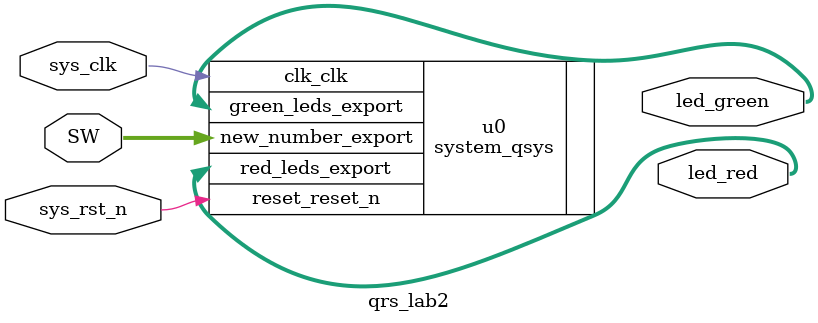
<source format=v>
module qrs_lab2(
input sys_clk,
input sys_rst_n,
input[7:0]SW,
output[7:0]led_green,
output[15:0]led_red
);
    system_qsys u0 (
        .clk_clk           (sys_clk),           //        clk.clk
        .reset_reset_n     (sys_rst_n),     //      reset.reset_n
        .new_number_export (SW), // new_number.export
        .green_leds_export (led_green), // green_leds.export
        .red_leds_export   (led_red)    //   red_leds.export
    );
	 
endmodule
</source>
